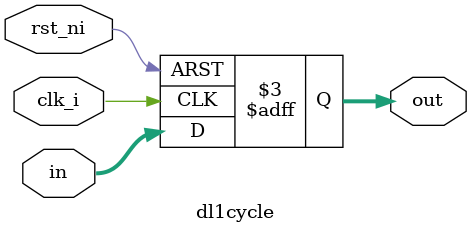
<source format=sv>
module dl1cycle 
#(
	parameter DATA_WD = 2
)
(
	input logic clk_i,
	input logic rst_ni,
	input logic [DATA_WD-1:0] in,
	output logic [DATA_WD-1:0] out
);

always @(posedge clk_i or negedge rst_ni) begin
	if (!rst_ni) begin
		out <= 0;
	end
	else begin
		out <= in;
	end
end	

endmodule: dl1cycle
</source>
